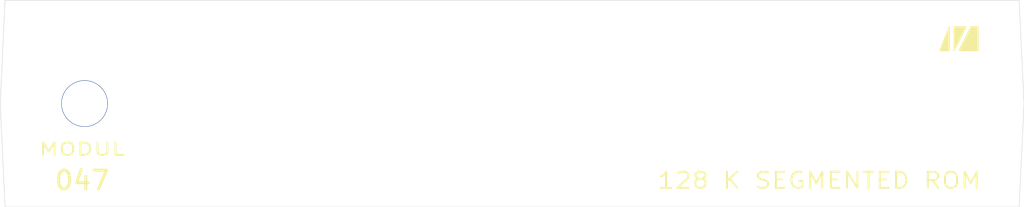
<source format=kicad_pcb>
(kicad_pcb (version 20171130) (host pcbnew "(5.1.8-0-10_14)")

  (general
    (thickness 1.6)
    (drawings 12)
    (tracks 1)
    (zones 0)
    (modules 0)
    (nets 1)
  )

  (page A4)
  (layers
    (0 F.Cu signal)
    (31 B.Cu signal)
    (32 B.Adhes user)
    (33 F.Adhes user)
    (34 B.Paste user)
    (35 F.Paste user)
    (36 B.SilkS user)
    (37 F.SilkS user)
    (38 B.Mask user)
    (39 F.Mask user)
    (40 Dwgs.User user)
    (41 Cmts.User user)
    (42 Eco1.User user)
    (43 Eco2.User user)
    (44 Edge.Cuts user)
    (45 Margin user)
    (46 B.CrtYd user)
    (47 F.CrtYd user)
    (48 B.Fab user)
    (49 F.Fab user)
  )

  (setup
    (last_trace_width 0.25)
    (trace_clearance 0.2)
    (zone_clearance 0.508)
    (zone_45_only no)
    (trace_min 0.2)
    (via_size 0.8)
    (via_drill 0.4)
    (via_min_size 0.4)
    (via_min_drill 0.3)
    (uvia_size 0.3)
    (uvia_drill 0.1)
    (uvias_allowed no)
    (uvia_min_size 0.2)
    (uvia_min_drill 0.1)
    (edge_width 0.05)
    (segment_width 0.2)
    (pcb_text_width 0.3)
    (pcb_text_size 1.5 1.5)
    (mod_edge_width 0.12)
    (mod_text_size 1 1)
    (mod_text_width 0.15)
    (pad_size 1.524 1.524)
    (pad_drill 0.762)
    (pad_to_mask_clearance 0)
    (aux_axis_origin 0 0)
    (visible_elements FFFFFF7F)
    (pcbplotparams
      (layerselection 0x010fc_ffffffff)
      (usegerberextensions false)
      (usegerberattributes true)
      (usegerberadvancedattributes true)
      (creategerberjobfile true)
      (excludeedgelayer true)
      (linewidth 0.100000)
      (plotframeref false)
      (viasonmask false)
      (mode 1)
      (useauxorigin false)
      (hpglpennumber 1)
      (hpglpenspeed 20)
      (hpglpendiameter 15.000000)
      (psnegative false)
      (psa4output false)
      (plotreference true)
      (plotvalue true)
      (plotinvisibletext false)
      (padsonsilk false)
      (subtractmaskfromsilk false)
      (outputformat 1)
      (mirror false)
      (drillshape 0)
      (scaleselection 1)
      (outputdirectory "gerber_blende/"))
  )

  (net 0 "")

  (net_class Default "This is the default net class."
    (clearance 0.2)
    (trace_width 0.25)
    (via_dia 0.8)
    (via_drill 0.4)
    (uvia_dia 0.3)
    (uvia_drill 0.1)
  )

  (gr_text "128 K SEGMENTED ROM" (at 145.542 69.596) (layer F.SilkS)
    (effects (font (size 1.7 1.9) (thickness 0.2)))
  )
  (gr_poly (pts (xy 162.306 55.88) (xy 160.274 55.88) (xy 161.544 53.34) (xy 162.306 53.34)) (layer F.SilkS) (width 0.1))
  (gr_poly (pts (xy 159.766 55.88) (xy 159.766 53.34) (xy 161.036 53.34)) (layer F.SilkS) (width 0.1))
  (gr_poly (pts (xy 159.258 55.88) (xy 158.242 55.88) (xy 159.258 53.34)) (layer F.SilkS) (width 0.1))
  (gr_text 047 (at 67.818 69.596) (layer F.SilkS)
    (effects (font (size 2 2) (thickness 0.3)))
  )
  (gr_text MODUL (at 67.818 66.294) (layer F.SilkS)
    (effects (font (size 1.3 1.8) (thickness 0.2)))
  )
  (gr_line (start 59.69 50.546) (end 59.182 61.468) (layer Edge.Cuts) (width 0.05) (tstamp 5FC92B4F))
  (gr_line (start 59.182 61.468) (end 59.69 72.39) (layer Edge.Cuts) (width 0.05) (tstamp 5FC92B38))
  (gr_line (start 167.132 61.468) (end 166.624 72.39) (layer Edge.Cuts) (width 0.05) (tstamp 5FC92B0E))
  (gr_line (start 166.624 50.546) (end 167.132 61.468) (layer Edge.Cuts) (width 0.05) (tstamp 5FC92AE7))
  (gr_line (start 166.624 72.39) (end 59.69 72.39) (layer Edge.Cuts) (width 0.05))
  (gr_line (start 59.69 50.546) (end 166.624 50.546) (layer Edge.Cuts) (width 0.05))

  (via (at 68.072 61.468) (size 4.9) (drill 4.8) (layers F.Cu B.Cu) (net 0))

)

</source>
